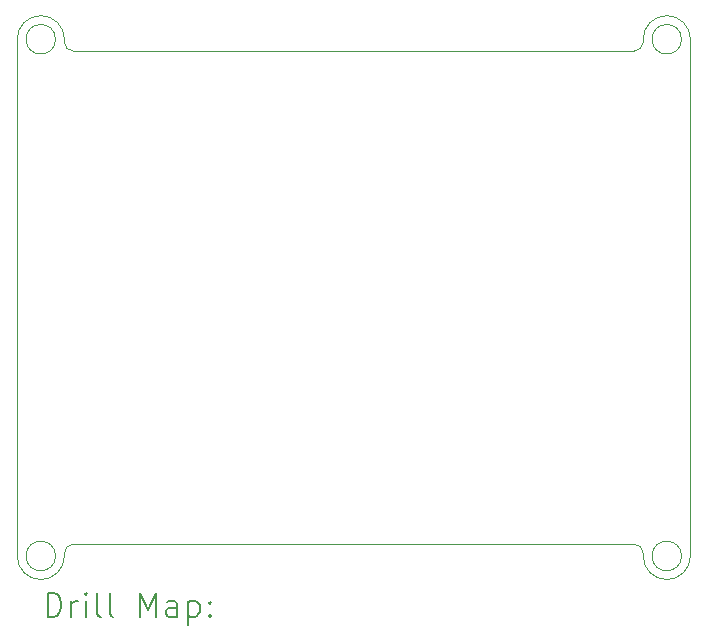
<source format=gbr>
%TF.GenerationSoftware,KiCad,Pcbnew,8.0.6*%
%TF.CreationDate,2025-06-01T13:35:15-05:00*%
%TF.ProjectId,TPS_Calibration_Board,5450535f-4361-46c6-9962-726174696f6e,rev?*%
%TF.SameCoordinates,Original*%
%TF.FileFunction,Drillmap*%
%TF.FilePolarity,Positive*%
%FSLAX45Y45*%
G04 Gerber Fmt 4.5, Leading zero omitted, Abs format (unit mm)*
G04 Created by KiCad (PCBNEW 8.0.6) date 2025-06-01 13:35:15*
%MOMM*%
%LPD*%
G01*
G04 APERTURE LIST*
%ADD10C,0.050000*%
%ADD11C,0.200000*%
G04 APERTURE END LIST*
D10*
X7350000Y-6104000D02*
G75*
G02*
X7150000Y-6304000I-200000J0D01*
G01*
X7275000Y-1729000D02*
G75*
G02*
X7025000Y-1729000I-125000J0D01*
G01*
X7025000Y-1729000D02*
G75*
G02*
X7275000Y-1729000I125000J0D01*
G01*
X7350000Y-1729000D02*
X7350000Y-6104000D01*
X1850000Y-1529000D02*
G75*
G02*
X2050000Y-1729000I0J-200000D01*
G01*
X2050000Y-1729000D02*
X2050000Y-1754000D01*
X1850000Y-6304000D02*
G75*
G02*
X1650000Y-6104000I0J200000D01*
G01*
X1650000Y-1729000D02*
G75*
G02*
X1850000Y-1529000I200000J0D01*
G01*
X2125000Y-6004000D02*
X6875000Y-6004000D01*
X6875000Y-1829000D02*
X2125000Y-1829000D01*
X6950000Y-1729000D02*
G75*
G02*
X7150000Y-1529000I200000J0D01*
G01*
X2125000Y-1829000D02*
G75*
G02*
X2050000Y-1754000I0J75000D01*
G01*
X6950000Y-6104000D02*
X6950000Y-6079000D01*
X2050000Y-6104000D02*
G75*
G02*
X1850000Y-6304000I-200000J0D01*
G01*
X6950000Y-1729000D02*
X6950000Y-1754000D01*
X1975000Y-1729000D02*
G75*
G02*
X1725000Y-1729000I-125000J0D01*
G01*
X1725000Y-1729000D02*
G75*
G02*
X1975000Y-1729000I125000J0D01*
G01*
X1650000Y-1729000D02*
X1650000Y-6104000D01*
X1975000Y-6104000D02*
G75*
G02*
X1725000Y-6104000I-125000J0D01*
G01*
X1725000Y-6104000D02*
G75*
G02*
X1975000Y-6104000I125000J0D01*
G01*
X7150000Y-6304000D02*
G75*
G02*
X6950000Y-6104000I0J200000D01*
G01*
X7150000Y-1529000D02*
G75*
G02*
X7350000Y-1729000I0J-200000D01*
G01*
X2050000Y-6079000D02*
G75*
G02*
X2125000Y-6004000I75000J0D01*
G01*
X6875000Y-6004000D02*
G75*
G02*
X6950000Y-6079000I0J-75000D01*
G01*
X7275000Y-6104000D02*
G75*
G02*
X7025000Y-6104000I-125000J0D01*
G01*
X7025000Y-6104000D02*
G75*
G02*
X7275000Y-6104000I125000J0D01*
G01*
X2050000Y-6079000D02*
X2050000Y-6104000D01*
X6950000Y-1754000D02*
G75*
G02*
X6875000Y-1829000I-75000J0D01*
G01*
D11*
X1908277Y-6617984D02*
X1908277Y-6417984D01*
X1908277Y-6417984D02*
X1955896Y-6417984D01*
X1955896Y-6417984D02*
X1984467Y-6427508D01*
X1984467Y-6427508D02*
X2003515Y-6446555D01*
X2003515Y-6446555D02*
X2013039Y-6465603D01*
X2013039Y-6465603D02*
X2022562Y-6503698D01*
X2022562Y-6503698D02*
X2022562Y-6532269D01*
X2022562Y-6532269D02*
X2013039Y-6570365D01*
X2013039Y-6570365D02*
X2003515Y-6589412D01*
X2003515Y-6589412D02*
X1984467Y-6608460D01*
X1984467Y-6608460D02*
X1955896Y-6617984D01*
X1955896Y-6617984D02*
X1908277Y-6617984D01*
X2108277Y-6617984D02*
X2108277Y-6484650D01*
X2108277Y-6522746D02*
X2117801Y-6503698D01*
X2117801Y-6503698D02*
X2127324Y-6494174D01*
X2127324Y-6494174D02*
X2146372Y-6484650D01*
X2146372Y-6484650D02*
X2165420Y-6484650D01*
X2232086Y-6617984D02*
X2232086Y-6484650D01*
X2232086Y-6417984D02*
X2222563Y-6427508D01*
X2222563Y-6427508D02*
X2232086Y-6437031D01*
X2232086Y-6437031D02*
X2241610Y-6427508D01*
X2241610Y-6427508D02*
X2232086Y-6417984D01*
X2232086Y-6417984D02*
X2232086Y-6437031D01*
X2355896Y-6617984D02*
X2336848Y-6608460D01*
X2336848Y-6608460D02*
X2327324Y-6589412D01*
X2327324Y-6589412D02*
X2327324Y-6417984D01*
X2460658Y-6617984D02*
X2441610Y-6608460D01*
X2441610Y-6608460D02*
X2432086Y-6589412D01*
X2432086Y-6589412D02*
X2432086Y-6417984D01*
X2689229Y-6617984D02*
X2689229Y-6417984D01*
X2689229Y-6417984D02*
X2755896Y-6560841D01*
X2755896Y-6560841D02*
X2822562Y-6417984D01*
X2822562Y-6417984D02*
X2822562Y-6617984D01*
X3003515Y-6617984D02*
X3003515Y-6513222D01*
X3003515Y-6513222D02*
X2993991Y-6494174D01*
X2993991Y-6494174D02*
X2974943Y-6484650D01*
X2974943Y-6484650D02*
X2936848Y-6484650D01*
X2936848Y-6484650D02*
X2917801Y-6494174D01*
X3003515Y-6608460D02*
X2984467Y-6617984D01*
X2984467Y-6617984D02*
X2936848Y-6617984D01*
X2936848Y-6617984D02*
X2917801Y-6608460D01*
X2917801Y-6608460D02*
X2908277Y-6589412D01*
X2908277Y-6589412D02*
X2908277Y-6570365D01*
X2908277Y-6570365D02*
X2917801Y-6551317D01*
X2917801Y-6551317D02*
X2936848Y-6541793D01*
X2936848Y-6541793D02*
X2984467Y-6541793D01*
X2984467Y-6541793D02*
X3003515Y-6532269D01*
X3098753Y-6484650D02*
X3098753Y-6684650D01*
X3098753Y-6494174D02*
X3117801Y-6484650D01*
X3117801Y-6484650D02*
X3155896Y-6484650D01*
X3155896Y-6484650D02*
X3174943Y-6494174D01*
X3174943Y-6494174D02*
X3184467Y-6503698D01*
X3184467Y-6503698D02*
X3193991Y-6522746D01*
X3193991Y-6522746D02*
X3193991Y-6579888D01*
X3193991Y-6579888D02*
X3184467Y-6598936D01*
X3184467Y-6598936D02*
X3174943Y-6608460D01*
X3174943Y-6608460D02*
X3155896Y-6617984D01*
X3155896Y-6617984D02*
X3117801Y-6617984D01*
X3117801Y-6617984D02*
X3098753Y-6608460D01*
X3279705Y-6598936D02*
X3289229Y-6608460D01*
X3289229Y-6608460D02*
X3279705Y-6617984D01*
X3279705Y-6617984D02*
X3270182Y-6608460D01*
X3270182Y-6608460D02*
X3279705Y-6598936D01*
X3279705Y-6598936D02*
X3279705Y-6617984D01*
X3279705Y-6494174D02*
X3289229Y-6503698D01*
X3289229Y-6503698D02*
X3279705Y-6513222D01*
X3279705Y-6513222D02*
X3270182Y-6503698D01*
X3270182Y-6503698D02*
X3279705Y-6494174D01*
X3279705Y-6494174D02*
X3279705Y-6513222D01*
M02*

</source>
